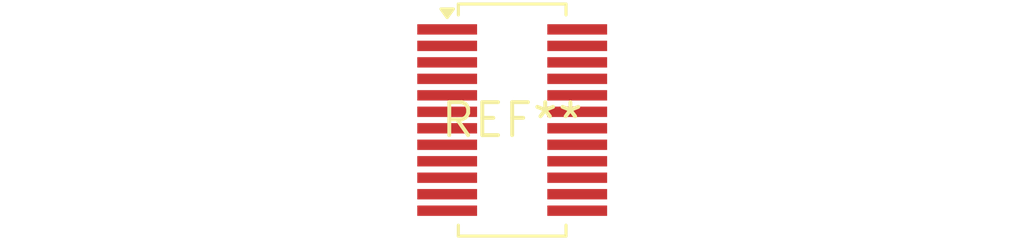
<source format=kicad_pcb>
(kicad_pcb (version 20240108) (generator pcbnew)
  (layers (0 "F.Cu" signal) (31 "B.Cu" signal) (34 "B.Paste" user) (35 "F.Paste" user) (36 "B.SilkS" user "B.Silkscreen") (37 "F.SilkS" user "F.Silkscreen") (38 "B.Mask" user) (39 "F.Mask" user) (44 "Edge.Cuts" user))
  (net 0 "")
  (footprint "Allegro_QSOP-24_3.9x8.7mm_P0.635mm" (layer "F.Cu") (at 0 0)
    (property "Reference" "REF**")
    (property "Value" "Allegro_QSOP-24_3.9x8.7mm_P0.635mm")
    (fp_line (start -2.07 -4.47) (end -2.07 -4.05) (layer "F.SilkS") (stroke (width 0.12)))
    (fp_line (start -2.07 -4.47) (end 2.07 -4.47) (layer "F.SilkS") (stroke (width 0.12)))
    (fp_line (start -2.07 4.47) (end -2.07 4.05) (layer "F.SilkS") (stroke (width 0.12)))
    (fp_line (start -2.07 4.47) (end 2.07 4.47) (layer "F.SilkS") (stroke (width 0.12)))
    (fp_line (start 2.07 -4.47) (end 2.07 -4.05) (layer "F.SilkS") (stroke (width 0.12)))
    (fp_line (start 2.07 4.47) (end 2.07 4.05) (layer "F.SilkS") (stroke (width 0.12)))
    (fp_poly (pts (xy -2.5 -3.95) (xy -2.74 -4.28) (xy -2.26 -4.28) (xy -2.5 -3.95)) (layer "F.SilkS") (stroke (width 0.12)) (fill solid))
    (pad "1" smd rect (at -2.5 -3.4925) (size 2.3 0.4) (layers "F.Cu" "F.Paste" "F.Mask"))
    (pad "2" smd rect (at -2.5 -2.8575) (size 2.3 0.4) (layers "F.Cu" "F.Paste" "F.Mask"))
    (pad "3" smd rect (at -2.5 -2.2225) (size 2.3 0.4) (layers "F.Cu" "F.Paste" "F.Mask"))
    (pad "4" smd rect (at -2.5 -1.5875) (size 2.3 0.4) (layers "F.Cu" "F.Paste" "F.Mask"))
    (pad "5" smd rect (at -2.5 -0.9525) (size 2.3 0.4) (layers "F.Cu" "F.Paste" "F.Mask"))
    (pad "6" smd rect (at -2.5 -0.3175) (size 2.3 0.4) (layers "F.Cu" "F.Paste" "F.Mask"))
    (pad "7" smd rect (at -2.5 0.3175) (size 2.3 0.4) (layers "F.Cu" "F.Paste" "F.Mask"))
    (pad "8" smd rect (at -2.5 0.9525) (size 2.3 0.4) (layers "F.Cu" "F.Paste" "F.Mask"))
    (pad "9" smd rect (at -2.5 1.5875) (size 2.3 0.4) (layers "F.Cu" "F.Paste" "F.Mask"))
    (pad "10" smd rect (at -2.5 2.2225) (size 2.3 0.4) (layers "F.Cu" "F.Paste" "F.Mask"))
    (pad "11" smd rect (at -2.5 2.8575) (size 2.3 0.4) (layers "F.Cu" "F.Paste" "F.Mask"))
    (pad "12" smd rect (at -2.5 3.4925) (size 2.3 0.4) (layers "F.Cu" "F.Paste" "F.Mask"))
    (pad "13" smd rect (at 2.5 3.4925) (size 2.3 0.4) (layers "F.Cu" "F.Paste" "F.Mask"))
    (pad "14" smd rect (at 2.5 2.8575) (size 2.3 0.4) (layers "F.Cu" "F.Paste" "F.Mask"))
    (pad "15" smd rect (at 2.5 2.2225) (size 2.3 0.4) (layers "F.Cu" "F.Paste" "F.Mask"))
    (pad "16" smd rect (at 2.5 1.5875) (size 2.3 0.4) (layers "F.Cu" "F.Paste" "F.Mask"))
    (pad "17" smd rect (at 2.5 0.9525) (size 2.3 0.4) (layers "F.Cu" "F.Paste" "F.Mask"))
    (pad "18" smd rect (at 2.5 0.3175) (size 2.3 0.4) (layers "F.Cu" "F.Paste" "F.Mask"))
    (pad "19" smd rect (at 2.5 -0.3175) (size 2.3 0.4) (layers "F.Cu" "F.Paste" "F.Mask"))
    (pad "20" smd rect (at 2.5 -0.9525) (size 2.3 0.4) (layers "F.Cu" "F.Paste" "F.Mask"))
    (pad "21" smd rect (at 2.5 -1.5875) (size 2.3 0.4) (layers "F.Cu" "F.Paste" "F.Mask"))
    (pad "22" smd rect (at 2.5 -2.2225) (size 2.3 0.4) (layers "F.Cu" "F.Paste" "F.Mask"))
    (pad "23" smd rect (at 2.5 -2.8575) (size 2.3 0.4) (layers "F.Cu" "F.Paste" "F.Mask"))
    (pad "24" smd rect (at 2.5 -3.4925) (size 2.3 0.4) (layers "F.Cu" "F.Paste" "F.Mask"))
  )
)
</source>
